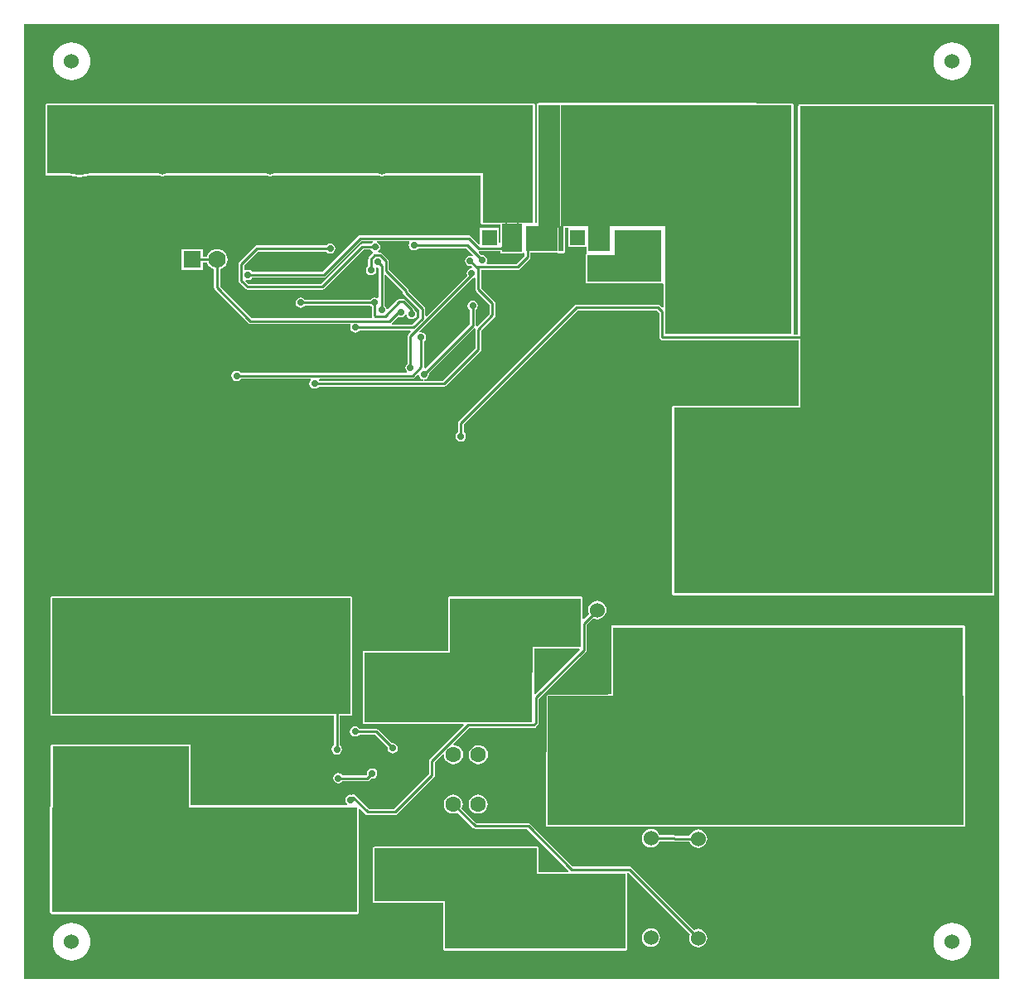
<source format=gbl>
G04 Layer_Physical_Order=2*
G04 Layer_Color=11436288*
%FSLAX24Y24*%
%MOIN*%
G70*
G01*
G75*
%ADD25C,0.0100*%
%ADD27R,1.7972X0.3543*%
%ADD28R,0.5118X1.4557*%
%ADD36R,0.3671X0.4341*%
%ADD41R,0.0214X0.1046*%
%ADD44R,0.0787X0.1181*%
%ADD45R,1.8701X0.2756*%
%ADD47R,0.6762X0.2795*%
%ADD48R,0.5285X0.1969*%
%ADD54R,1.6722X0.5197*%
%ADD55R,1.4094X0.2776*%
%ADD56C,0.1575*%
%ADD57C,0.2362*%
%ADD58C,0.0660*%
%ADD59R,0.0512X0.0512*%
%ADD60C,0.0512*%
%ADD61R,0.0630X0.0630*%
%ADD62C,0.0630*%
%ADD63C,0.1500*%
%ADD64C,0.0591*%
%ADD65R,0.0591X0.0591*%
%ADD66C,0.0700*%
%ADD67R,0.0700X0.0700*%
%ADD68C,0.0600*%
%ADD69R,0.0512X0.0512*%
%ADD70C,0.1181*%
%ADD71C,0.0197*%
%ADD72C,0.0276*%
%ADD73R,0.2894X1.1348*%
%ADD74R,0.2047X0.4724*%
%ADD75R,0.1860X0.2116*%
%ADD76R,0.1132X0.1063*%
%ADD77R,0.1307X0.1044*%
%ADD78R,0.0896X0.4941*%
%ADD79R,0.3012X0.4892*%
%ADD80R,0.0906X0.1033*%
%ADD81R,0.4862X0.4892*%
%ADD82R,0.1427X0.9222*%
%ADD83R,0.7766X0.9213*%
%ADD84R,0.7756X0.2923*%
%ADD85R,1.2845X0.7500*%
%ADD86R,1.7087X0.2008*%
%ADD87R,1.2018X0.4665*%
%ADD88R,0.5502X0.2598*%
%ADD89R,1.2274X0.4242*%
%ADD90R,0.7264X0.3041*%
%ADD91R,0.6526X0.2136*%
%ADD92R,0.3356X0.1073*%
%ADD93R,1.0335X0.0591*%
%ADD94R,0.0787X0.1280*%
%ADD95R,0.0689X0.7382*%
%ADD96R,0.2067X0.1280*%
G36*
X49144Y13454D02*
X9911D01*
Y51900D01*
X49144D01*
Y13454D01*
D02*
G37*
%LPC*%
G36*
X28167Y20887D02*
X28068Y20874D01*
X27975Y20836D01*
X27895Y20774D01*
X27834Y20695D01*
X27795Y20602D01*
X27782Y20502D01*
X27795Y20402D01*
X27834Y20309D01*
X27895Y20230D01*
X27975Y20168D01*
X28068Y20130D01*
X28167Y20117D01*
X28267Y20130D01*
X28360Y20168D01*
X28440Y20230D01*
X28501Y20309D01*
X28539Y20402D01*
X28552Y20502D01*
X28539Y20602D01*
X28501Y20695D01*
X28440Y20774D01*
X28360Y20836D01*
X28267Y20874D01*
X28167Y20887D01*
D02*
G37*
G36*
X32303Y28858D02*
X27018D01*
X26992Y28852D01*
X26969Y28838D01*
X26955Y28815D01*
X26949Y28789D01*
Y26850D01*
Y26821D01*
Y26663D01*
X23593D01*
X23566Y26658D01*
X23544Y26643D01*
X23529Y26621D01*
X23524Y26594D01*
Y23799D01*
X23529Y23773D01*
X23544Y23751D01*
X23566Y23736D01*
X23593Y23731D01*
X27573D01*
X27592Y23685D01*
X26226Y22318D01*
X26200Y22280D01*
X26191Y22234D01*
Y21708D01*
X24779Y20296D01*
X23770D01*
X23214Y20852D01*
X23176Y20878D01*
X23130Y20887D01*
X23084Y20878D01*
X23072Y20870D01*
X23031Y20878D01*
X22952Y20862D01*
X22884Y20817D01*
X22839Y20749D01*
X22823Y20669D01*
X22839Y20589D01*
X22884Y20522D01*
X22913Y20502D01*
X22898Y20452D01*
X16604D01*
Y22835D01*
X16598Y22861D01*
X16584Y22883D01*
X16562Y22898D01*
X16535Y22903D01*
X11033D01*
X11007Y22898D01*
X10985Y22883D01*
X10970Y22861D01*
X10965Y22835D01*
Y20432D01*
X10951Y20410D01*
X10946Y20384D01*
Y16142D01*
X10951Y16116D01*
X10966Y16093D01*
X10988Y16079D01*
X11014Y16073D01*
X23287D01*
X23314Y16079D01*
X23336Y16093D01*
X23350Y16116D01*
X23356Y16142D01*
Y20308D01*
X23402Y20327D01*
X23636Y20093D01*
X23675Y20067D01*
X23720Y20058D01*
X24829D01*
X24874Y20067D01*
X24913Y20093D01*
X26395Y21574D01*
X26420Y21613D01*
X26429Y21659D01*
Y22185D01*
X26748Y22503D01*
X26794Y22478D01*
X26805Y22390D01*
X26844Y22298D01*
X26905Y22218D01*
X26985Y22157D01*
X27077Y22118D01*
X27177Y22105D01*
X27277Y22118D01*
X27370Y22157D01*
X27450Y22218D01*
X27511Y22298D01*
X27549Y22390D01*
X27562Y22490D01*
X27549Y22590D01*
X27511Y22683D01*
X27450Y22763D01*
X27370Y22824D01*
X27277Y22862D01*
X27189Y22874D01*
X27165Y22920D01*
X27808Y23563D01*
X30403D01*
X30448Y23572D01*
X30487Y23598D01*
X30575Y23686D01*
X30601Y23725D01*
X30610Y23770D01*
Y24731D01*
X32504Y26625D01*
X32530Y26664D01*
X32539Y26709D01*
Y27719D01*
X32797Y27977D01*
X32863Y27950D01*
X32959Y27937D01*
X33054Y27950D01*
X33144Y27987D01*
X33220Y28045D01*
X33279Y28122D01*
X33316Y28211D01*
X33329Y28307D01*
X33316Y28403D01*
X33279Y28492D01*
X33220Y28569D01*
X33144Y28628D01*
X33054Y28665D01*
X32959Y28677D01*
X32863Y28665D01*
X32774Y28628D01*
X32697Y28569D01*
X32638Y28492D01*
X32601Y28403D01*
X32589Y28307D01*
X32601Y28211D01*
X32628Y28145D01*
X32418Y27935D01*
X32371Y27954D01*
Y28789D01*
X32366Y28815D01*
X32351Y28838D01*
X32329Y28852D01*
X32303Y28858D01*
D02*
G37*
G36*
X47687Y27696D02*
X33593D01*
X33566Y27691D01*
X33544Y27676D01*
X33529Y27654D01*
X33524Y27628D01*
Y24921D01*
X30965D01*
X30938Y24915D01*
X30916Y24901D01*
X30902Y24878D01*
X30896Y24852D01*
Y19656D01*
X30902Y19629D01*
X30916Y19607D01*
X30938Y19592D01*
X30965Y19587D01*
X47687D01*
X47713Y19592D01*
X47735Y19607D01*
X47750Y19629D01*
X47755Y19656D01*
Y24852D01*
Y27628D01*
X47750Y27654D01*
X47735Y27676D01*
X47713Y27691D01*
X47687Y27696D01*
D02*
G37*
G36*
X23219Y23629D02*
X23139Y23613D01*
X23071Y23568D01*
X23026Y23500D01*
X23010Y23420D01*
X23026Y23340D01*
X23071Y23272D01*
X23139Y23227D01*
X23219Y23211D01*
X23298Y23227D01*
X23366Y23272D01*
X23385Y23301D01*
X24007D01*
X24528Y22780D01*
X24521Y22746D01*
X24537Y22666D01*
X24582Y22598D01*
X24650Y22553D01*
X24730Y22537D01*
X24810Y22553D01*
X24878Y22598D01*
X24923Y22666D01*
X24939Y22746D01*
X24923Y22826D01*
X24878Y22894D01*
X24810Y22939D01*
X24730Y22955D01*
X24697Y22948D01*
X24140Y23504D01*
X24102Y23530D01*
X24056Y23539D01*
X23385D01*
X23366Y23568D01*
X23298Y23613D01*
X23219Y23629D01*
D02*
G37*
G36*
X28177Y22875D02*
X28077Y22862D01*
X27985Y22824D01*
X27905Y22763D01*
X27844Y22683D01*
X27805Y22590D01*
X27792Y22490D01*
X27805Y22390D01*
X27844Y22298D01*
X27905Y22218D01*
X27985Y22157D01*
X28077Y22118D01*
X28177Y22105D01*
X28277Y22118D01*
X28370Y22157D01*
X28450Y22218D01*
X28511Y22298D01*
X28549Y22390D01*
X28562Y22490D01*
X28549Y22590D01*
X28511Y22683D01*
X28450Y22763D01*
X28370Y22824D01*
X28277Y22862D01*
X28177Y22875D01*
D02*
G37*
G36*
X23041Y28848D02*
X11024D01*
X10998Y28843D01*
X10975Y28828D01*
X10961Y28806D01*
X10955Y28780D01*
Y24114D01*
X10961Y24088D01*
X10975Y24066D01*
X10998Y24051D01*
X11024Y24046D01*
X22361D01*
Y22867D01*
X22332Y22848D01*
X22287Y22780D01*
X22271Y22700D01*
X22287Y22620D01*
X22332Y22552D01*
X22400Y22507D01*
X22480Y22491D01*
X22560Y22507D01*
X22628Y22552D01*
X22673Y22620D01*
X22689Y22700D01*
X22673Y22780D01*
X22628Y22848D01*
X22599Y22867D01*
Y24046D01*
X23041D01*
X23067Y24051D01*
X23090Y24066D01*
X23104Y24088D01*
X23110Y24114D01*
Y28780D01*
X23104Y28806D01*
X23090Y28828D01*
X23067Y28843D01*
X23041Y28848D01*
D02*
G37*
G36*
X23900Y21939D02*
X23820Y21923D01*
X23752Y21878D01*
X23707Y21810D01*
X23691Y21730D01*
X23698Y21697D01*
X23661Y21659D01*
X22707D01*
X22688Y21688D01*
X22620Y21733D01*
X22540Y21749D01*
X22460Y21733D01*
X22392Y21688D01*
X22347Y21620D01*
X22331Y21540D01*
X22347Y21460D01*
X22392Y21392D01*
X22460Y21347D01*
X22540Y21331D01*
X22620Y21347D01*
X22688Y21392D01*
X22707Y21421D01*
X23710D01*
X23756Y21430D01*
X23794Y21456D01*
X23867Y21528D01*
X23900Y21521D01*
X23980Y21537D01*
X24048Y21582D01*
X24093Y21650D01*
X24109Y21730D01*
X24093Y21810D01*
X24048Y21878D01*
X23980Y21923D01*
X23900Y21939D01*
D02*
G37*
G36*
X35118Y19494D02*
X35022Y19482D01*
X34933Y19445D01*
X34856Y19386D01*
X34798Y19309D01*
X34761Y19220D01*
X34748Y19124D01*
X34761Y19028D01*
X34798Y18939D01*
X34856Y18862D01*
X34933Y18804D01*
X35022Y18767D01*
X35118Y18754D01*
X35214Y18767D01*
X35303Y18804D01*
X35380Y18862D01*
X35439Y18939D01*
X35466Y19005D01*
X36020D01*
X36030Y18998D01*
X36076Y18989D01*
X36670D01*
X36697Y18923D01*
X36756Y18847D01*
X36833Y18788D01*
X36922Y18751D01*
X37018Y18738D01*
X37114Y18751D01*
X37203Y18788D01*
X37279Y18847D01*
X37338Y18923D01*
X37375Y19012D01*
X37388Y19108D01*
X37375Y19204D01*
X37338Y19293D01*
X37279Y19370D01*
X37203Y19429D01*
X37114Y19466D01*
X37018Y19478D01*
X36922Y19466D01*
X36833Y19429D01*
X36756Y19370D01*
X36697Y19293D01*
X36670Y19227D01*
X36116D01*
X36106Y19234D01*
X36060Y19243D01*
X35466D01*
X35439Y19309D01*
X35380Y19386D01*
X35303Y19445D01*
X35214Y19482D01*
X35118Y19494D01*
D02*
G37*
G36*
X39360Y48710D02*
X30591D01*
X30564Y48705D01*
X30542Y48690D01*
X30528Y48668D01*
X30522Y48642D01*
Y43909D01*
X30512Y43904D01*
X30462Y43937D01*
Y48622D01*
X30457Y48648D01*
X30442Y48670D01*
X30420Y48685D01*
X30394Y48690D01*
X10827D01*
X10801Y48685D01*
X10779Y48670D01*
X10764Y48648D01*
X10759Y48622D01*
Y45866D01*
X10764Y45840D01*
X10779Y45818D01*
X10801Y45803D01*
X10827Y45798D01*
X11738D01*
X11739Y45798D01*
X11930Y45752D01*
X12126Y45736D01*
X12322Y45752D01*
X12513Y45798D01*
X12514Y45798D01*
X15312D01*
X15349Y45783D01*
X15453Y45769D01*
X15556Y45783D01*
X15593Y45798D01*
X19643D01*
X19680Y45783D01*
X19783Y45769D01*
X19887Y45783D01*
X19924Y45798D01*
X24170D01*
X24207Y45783D01*
X24311Y45769D01*
X24415Y45783D01*
X24452Y45798D01*
X28278D01*
Y43898D01*
X28283Y43872D01*
X28298Y43849D01*
X28320Y43835D01*
X28346Y43829D01*
X29066D01*
Y43058D01*
X29060Y43054D01*
X29010Y43081D01*
Y43689D01*
X28246D01*
Y43053D01*
X28196Y43033D01*
X27874Y43354D01*
X27836Y43380D01*
X27790Y43389D01*
X23420D01*
X23374Y43380D01*
X23336Y43354D01*
X21901Y41919D01*
X19067D01*
X19048Y41948D01*
X18980Y41993D01*
X18900Y42009D01*
X18820Y41993D01*
X18803Y41982D01*
X18759Y42005D01*
Y42191D01*
X19306Y42738D01*
X22053D01*
X22072Y42709D01*
X22140Y42664D01*
X22220Y42648D01*
X22300Y42664D01*
X22368Y42709D01*
X22413Y42777D01*
X22429Y42857D01*
X22413Y42937D01*
X22368Y43005D01*
X22300Y43050D01*
X22220Y43066D01*
X22140Y43050D01*
X22072Y43005D01*
X22053Y42976D01*
X19257D01*
X19211Y42967D01*
X19173Y42941D01*
X18556Y42324D01*
X18530Y42286D01*
X18521Y42240D01*
Y41560D01*
X18530Y41514D01*
X18556Y41476D01*
X18796Y41236D01*
X18834Y41210D01*
X18880Y41201D01*
X21900D01*
X21946Y41210D01*
X21984Y41236D01*
X23559Y42811D01*
X23838D01*
X23868Y42766D01*
X23929Y42725D01*
X23936Y42693D01*
X23936Y42670D01*
X23924Y42662D01*
X23775Y42513D01*
X23749Y42474D01*
X23740Y42428D01*
Y42154D01*
X23712Y42135D01*
X23667Y42067D01*
X23651Y41987D01*
X23667Y41907D01*
X23712Y41839D01*
X23780Y41794D01*
X23859Y41778D01*
X23939Y41794D01*
X24007Y41839D01*
X24052Y41907D01*
X24068Y41987D01*
X24053Y42063D01*
X24072Y42093D01*
X24083Y42108D01*
X24120Y42109D01*
X24161Y42074D01*
Y40879D01*
X24111Y40852D01*
X24080Y40873D01*
X24000Y40889D01*
X23920Y40873D01*
X23852Y40828D01*
X23833Y40799D01*
X21197D01*
X21178Y40828D01*
X21110Y40873D01*
X21030Y40889D01*
X20950Y40873D01*
X20882Y40828D01*
X20837Y40760D01*
X20821Y40680D01*
X20837Y40600D01*
X20882Y40532D01*
X20950Y40487D01*
X21030Y40471D01*
X21110Y40487D01*
X21178Y40532D01*
X21197Y40561D01*
X23833D01*
X23852Y40532D01*
X23881Y40513D01*
Y40165D01*
X23890Y40120D01*
X23899Y40106D01*
X23872Y40056D01*
X19062D01*
X17783Y41336D01*
Y42015D01*
X17874Y42053D01*
X17961Y42120D01*
X18028Y42207D01*
X18070Y42308D01*
X18084Y42417D01*
X18070Y42526D01*
X18028Y42628D01*
X17961Y42715D01*
X17874Y42782D01*
X17772Y42824D01*
X17663Y42838D01*
X17555Y42824D01*
X17453Y42782D01*
X17366Y42715D01*
X17299Y42628D01*
X17261Y42537D01*
X17080D01*
Y42834D01*
X16246D01*
Y42000D01*
X17080D01*
Y42298D01*
X17261D01*
X17299Y42207D01*
X17366Y42120D01*
X17453Y42053D01*
X17544Y42015D01*
Y41287D01*
X17553Y41241D01*
X17579Y41202D01*
X18929Y39853D01*
X18967Y39827D01*
X19013Y39818D01*
X23021D01*
X23045Y39774D01*
X23035Y39760D01*
X23020Y39680D01*
X23035Y39600D01*
X23081Y39532D01*
X23148Y39487D01*
X23228Y39471D01*
X23308Y39487D01*
X23376Y39532D01*
X23395Y39561D01*
X25443D01*
X25462Y39515D01*
X25356Y39408D01*
X25330Y39370D01*
X25321Y39324D01*
Y38227D01*
X25292Y38208D01*
X25247Y38140D01*
X25231Y38060D01*
X25247Y37980D01*
X25292Y37912D01*
X25312Y37899D01*
X25297Y37849D01*
X18617D01*
X18598Y37878D01*
X18530Y37923D01*
X18450Y37939D01*
X18370Y37923D01*
X18302Y37878D01*
X18257Y37810D01*
X18241Y37730D01*
X18257Y37650D01*
X18302Y37582D01*
X18370Y37537D01*
X18450Y37521D01*
X18530Y37537D01*
X18598Y37582D01*
X18617Y37611D01*
X21414D01*
X21428Y37561D01*
X21387Y37500D01*
X21371Y37420D01*
X21387Y37340D01*
X21432Y37272D01*
X21500Y37227D01*
X21580Y37211D01*
X21660Y37227D01*
X21728Y37272D01*
X21747Y37301D01*
X26790D01*
X26836Y37310D01*
X26874Y37336D01*
X28254Y38716D01*
X28280Y38754D01*
X28289Y38800D01*
Y39558D01*
X28824Y40093D01*
X28850Y40132D01*
X28859Y40178D01*
Y40652D01*
X28850Y40698D01*
X28824Y40737D01*
X28289Y41272D01*
Y41997D01*
X29756D01*
X29802Y42006D01*
X29840Y42032D01*
X30244Y42436D01*
X30270Y42474D01*
X30279Y42520D01*
Y42677D01*
X31372D01*
X31382Y42675D01*
X31595D01*
X31622Y42680D01*
X31644Y42695D01*
X31659Y42717D01*
X31664Y42743D01*
Y43682D01*
X31789D01*
Y42925D01*
X32520D01*
Y42726D01*
X32526Y42700D01*
X32530Y42694D01*
X32524Y42653D01*
X32514Y42636D01*
X32501Y42627D01*
X32486Y42605D01*
X32481Y42579D01*
Y41516D01*
X32486Y41490D01*
X32501Y41467D01*
X32523Y41453D01*
X32549Y41448D01*
X35531D01*
X35558Y41453D01*
X35571Y41461D01*
X35604Y41451D01*
X35621Y41439D01*
Y40503D01*
X35575Y40484D01*
X35484Y40574D01*
X35446Y40600D01*
X35400Y40609D01*
X32130D01*
X32084Y40600D01*
X32046Y40574D01*
X27386Y35914D01*
X27360Y35876D01*
X27351Y35830D01*
Y35467D01*
X27322Y35448D01*
X27277Y35380D01*
X27261Y35300D01*
X27277Y35220D01*
X27322Y35152D01*
X27390Y35107D01*
X27470Y35091D01*
X27550Y35107D01*
X27618Y35152D01*
X27663Y35220D01*
X27679Y35300D01*
X27663Y35380D01*
X27618Y35448D01*
X27589Y35467D01*
Y35781D01*
X32179Y40371D01*
X35351D01*
X35451Y40271D01*
Y39290D01*
X35460Y39244D01*
X35486Y39206D01*
X35524Y39180D01*
X35570Y39171D01*
X41054D01*
Y36535D01*
X36033D01*
X36007Y36530D01*
X35985Y36515D01*
X35970Y36493D01*
X35965Y36467D01*
Y28967D01*
X35970Y28940D01*
X35985Y28918D01*
X36007Y28903D01*
X36033Y28898D01*
X48878D01*
X48904Y28903D01*
X48926Y28918D01*
X48941Y28940D01*
X48946Y28967D01*
Y36467D01*
Y39390D01*
Y48602D01*
X48941Y48628D01*
X48926Y48651D01*
X48904Y48665D01*
X48878Y48671D01*
X41112D01*
X41086Y48665D01*
X41064Y48651D01*
X41049Y48628D01*
X41044Y48602D01*
Y39409D01*
X40856D01*
X40856Y39409D01*
Y48632D01*
X40850Y48658D01*
X40836Y48680D01*
X40814Y48695D01*
X40787Y48700D01*
X39393D01*
X39386Y48705D01*
X39360Y48710D01*
D02*
G37*
G36*
X11811Y51153D02*
X11663Y51139D01*
X11520Y51095D01*
X11389Y51025D01*
X11274Y50931D01*
X11179Y50816D01*
X11109Y50684D01*
X11066Y50542D01*
X11051Y50394D01*
X11066Y50246D01*
X11109Y50103D01*
X11179Y49972D01*
X11274Y49857D01*
X11389Y49762D01*
X11520Y49692D01*
X11663Y49649D01*
X11811Y49634D01*
X11959Y49649D01*
X12102Y49692D01*
X12233Y49762D01*
X12348Y49857D01*
X12443Y49972D01*
X12513Y50103D01*
X12556Y50246D01*
X12571Y50394D01*
X12556Y50542D01*
X12513Y50684D01*
X12443Y50816D01*
X12348Y50931D01*
X12233Y51025D01*
X12102Y51095D01*
X11959Y51139D01*
X11811Y51153D01*
D02*
G37*
G36*
X47244D02*
X47096Y51139D01*
X46953Y51095D01*
X46822Y51025D01*
X46707Y50931D01*
X46613Y50816D01*
X46542Y50684D01*
X46499Y50542D01*
X46485Y50394D01*
X46499Y50246D01*
X46542Y50103D01*
X46613Y49972D01*
X46707Y49857D01*
X46822Y49762D01*
X46953Y49692D01*
X47096Y49649D01*
X47244Y49634D01*
X47392Y49649D01*
X47535Y49692D01*
X47666Y49762D01*
X47781Y49857D01*
X47876Y49972D01*
X47946Y50103D01*
X47989Y50246D01*
X48004Y50394D01*
X47989Y50542D01*
X47946Y50684D01*
X47876Y50816D01*
X47781Y50931D01*
X47666Y51025D01*
X47535Y51095D01*
X47392Y51139D01*
X47244Y51153D01*
D02*
G37*
G36*
X11811Y15720D02*
X11663Y15706D01*
X11520Y15662D01*
X11389Y15592D01*
X11274Y15498D01*
X11179Y15383D01*
X11109Y15251D01*
X11066Y15109D01*
X11051Y14961D01*
X11066Y14812D01*
X11109Y14670D01*
X11179Y14539D01*
X11274Y14424D01*
X11389Y14329D01*
X11520Y14259D01*
X11663Y14216D01*
X11811Y14201D01*
X11959Y14216D01*
X12102Y14259D01*
X12233Y14329D01*
X12348Y14424D01*
X12443Y14539D01*
X12513Y14670D01*
X12556Y14812D01*
X12571Y14961D01*
X12556Y15109D01*
X12513Y15251D01*
X12443Y15383D01*
X12348Y15498D01*
X12233Y15592D01*
X12102Y15662D01*
X11959Y15706D01*
X11811Y15720D01*
D02*
G37*
G36*
X27167Y20887D02*
X27068Y20874D01*
X26975Y20836D01*
X26895Y20774D01*
X26834Y20695D01*
X26795Y20602D01*
X26782Y20502D01*
X26795Y20402D01*
X26834Y20309D01*
X26895Y20230D01*
X26975Y20168D01*
X27068Y20130D01*
X27167Y20117D01*
X27267Y20130D01*
X27340Y20160D01*
X27965Y19536D01*
X28004Y19510D01*
X28049Y19501D01*
X30131D01*
X31806Y17825D01*
X31786Y17775D01*
X30600D01*
Y18720D01*
X30595Y18747D01*
X30580Y18769D01*
X30558Y18784D01*
X30531Y18789D01*
X24006D01*
X23980Y18784D01*
X23958Y18769D01*
X23943Y18747D01*
X23938Y18720D01*
Y16585D01*
X23943Y16559D01*
X23958Y16536D01*
X23980Y16522D01*
X24006Y16516D01*
X26762D01*
Y14665D01*
X26768Y14639D01*
X26782Y14617D01*
X26805Y14602D01*
X26831Y14597D01*
X34094D01*
X34121Y14602D01*
X34143Y14617D01*
X34158Y14639D01*
X34163Y14665D01*
Y17707D01*
X34171Y17716D01*
X34239Y17718D01*
X36688Y15270D01*
X36660Y15204D01*
X36648Y15108D01*
X36660Y15012D01*
X36697Y14923D01*
X36756Y14847D01*
X36833Y14788D01*
X36922Y14751D01*
X37018Y14738D01*
X37114Y14751D01*
X37203Y14788D01*
X37279Y14847D01*
X37338Y14923D01*
X37375Y15012D01*
X37388Y15108D01*
X37375Y15204D01*
X37338Y15293D01*
X37279Y15370D01*
X37203Y15429D01*
X37114Y15466D01*
X37018Y15478D01*
X36922Y15466D01*
X36856Y15438D01*
X34340Y17954D01*
X34302Y17980D01*
X34256Y17989D01*
X31979D01*
X30264Y19704D01*
X30226Y19730D01*
X30180Y19739D01*
X28099D01*
X27509Y20329D01*
X27539Y20402D01*
X27552Y20502D01*
X27539Y20602D01*
X27501Y20695D01*
X27440Y20774D01*
X27360Y20836D01*
X27267Y20874D01*
X27167Y20887D01*
D02*
G37*
G36*
X35118Y15494D02*
X35022Y15481D01*
X34933Y15445D01*
X34856Y15386D01*
X34798Y15309D01*
X34761Y15220D01*
X34748Y15124D01*
X34761Y15028D01*
X34798Y14939D01*
X34856Y14862D01*
X34933Y14804D01*
X35022Y14767D01*
X35118Y14754D01*
X35214Y14767D01*
X35303Y14804D01*
X35380Y14862D01*
X35439Y14939D01*
X35476Y15028D01*
X35488Y15124D01*
X35476Y15220D01*
X35439Y15309D01*
X35380Y15386D01*
X35303Y15445D01*
X35214Y15481D01*
X35118Y15494D01*
D02*
G37*
G36*
X47244Y15720D02*
X47096Y15706D01*
X46953Y15662D01*
X46822Y15592D01*
X46707Y15498D01*
X46613Y15383D01*
X46542Y15251D01*
X46499Y15109D01*
X46485Y14961D01*
X46499Y14812D01*
X46542Y14670D01*
X46613Y14539D01*
X46707Y14424D01*
X46822Y14329D01*
X46953Y14259D01*
X47096Y14216D01*
X47244Y14201D01*
X47392Y14216D01*
X47535Y14259D01*
X47666Y14329D01*
X47781Y14424D01*
X47876Y14539D01*
X47946Y14670D01*
X47989Y14812D01*
X48004Y14961D01*
X47989Y15109D01*
X47946Y15251D01*
X47876Y15383D01*
X47781Y15498D01*
X47666Y15592D01*
X47535Y15662D01*
X47392Y15706D01*
X47244Y15720D01*
D02*
G37*
%LPD*%
G36*
X23924Y43138D02*
X23928Y43101D01*
X23868Y43061D01*
X23860Y43049D01*
X23510D01*
X23464Y43040D01*
X23426Y43014D01*
X21851Y41439D01*
X18929D01*
X18811Y41558D01*
X18835Y41604D01*
X18900Y41591D01*
X18980Y41607D01*
X19048Y41652D01*
X19067Y41681D01*
X21950D01*
X21996Y41690D01*
X22034Y41716D01*
X23469Y43151D01*
X23919D01*
X23924Y43138D01*
D02*
G37*
G36*
X25131Y41121D02*
Y41100D01*
X25140Y41054D01*
X25166Y41016D01*
X25801Y40381D01*
Y40089D01*
X25511Y39799D01*
X24703D01*
X24688Y39849D01*
X24693Y39853D01*
X24955Y40114D01*
X24980Y40097D01*
X25060Y40081D01*
X25140Y40097D01*
X25208Y40142D01*
X25237Y40186D01*
X25290Y40176D01*
X25297Y40140D01*
X25342Y40072D01*
X25410Y40027D01*
X25490Y40011D01*
X25570Y40027D01*
X25638Y40072D01*
X25683Y40140D01*
X25699Y40220D01*
X25683Y40300D01*
X25638Y40368D01*
X25608Y40388D01*
X25600Y40426D01*
X25574Y40464D01*
X25244Y40794D01*
X25206Y40820D01*
X25160Y40829D01*
X25000D01*
X24954Y40820D01*
X24916Y40794D01*
X24535Y40414D01*
X24481Y40430D01*
X24473Y40470D01*
X24428Y40538D01*
X24399Y40557D01*
Y41787D01*
X24445Y41806D01*
X25131Y41121D01*
D02*
G37*
G36*
X25408Y43101D02*
X25387Y43070D01*
X25371Y42990D01*
X25387Y42910D01*
X25432Y42842D01*
X25500Y42797D01*
X25580Y42781D01*
X25660Y42797D01*
X25728Y42842D01*
X25747Y42871D01*
X27677D01*
X27968Y42580D01*
X27936Y42542D01*
X27922Y42551D01*
X27842Y42567D01*
X27762Y42551D01*
X27694Y42506D01*
X27649Y42438D01*
X27633Y42358D01*
X27649Y42278D01*
X27694Y42211D01*
X27762Y42165D01*
X27842Y42150D01*
X27875Y42156D01*
X27917Y42115D01*
X27895Y42066D01*
X27830Y42053D01*
X27762Y42008D01*
X27717Y41940D01*
X27701Y41860D01*
X27717Y41780D01*
X27721Y41774D01*
X26085Y40138D01*
X26039Y40157D01*
Y40430D01*
X26030Y40476D01*
X26004Y40514D01*
X25369Y41149D01*
Y41170D01*
X25360Y41216D01*
X25334Y41254D01*
X24566Y42022D01*
Y42350D01*
X24557Y42396D01*
X24531Y42435D01*
X24304Y42662D01*
X24265Y42688D01*
X24220Y42697D01*
X24150D01*
X24135Y42747D01*
X24163Y42766D01*
X24209Y42834D01*
X24214Y42860D01*
X24230Y42884D01*
X24239Y42930D01*
X24230Y42976D01*
X24204Y43014D01*
X24187Y43026D01*
X24163Y43061D01*
X24104Y43101D01*
X24107Y43138D01*
X24112Y43151D01*
X25381D01*
X25408Y43101D01*
D02*
G37*
G36*
X29066Y42717D02*
X29071Y42690D01*
X29086Y42668D01*
X29108Y42653D01*
X29134Y42648D01*
X29921D01*
X29947Y42653D01*
X29970Y42668D01*
X29978Y42680D01*
X29991Y42685D01*
X30025Y42666D01*
X30041Y42643D01*
Y42569D01*
X29707Y42235D01*
X28530D01*
X28503Y42285D01*
X28520Y42310D01*
X28536Y42390D01*
X28520Y42470D01*
X28474Y42538D01*
X28407Y42583D01*
X28327Y42599D01*
X28293Y42592D01*
X28183Y42702D01*
X28184Y42711D01*
X28205Y42751D01*
X29066D01*
Y42717D01*
D02*
G37*
G36*
X25784Y37754D02*
X25791Y37715D01*
X25837Y37648D01*
X25904Y37602D01*
X25971Y37589D01*
X25966Y37539D01*
X21774D01*
X21758Y37561D01*
X21783Y37611D01*
X25520D01*
X25566Y37620D01*
X25604Y37646D01*
X25729Y37771D01*
X25784Y37754D01*
D02*
G37*
G36*
X32249Y26706D02*
X30469Y24927D01*
X30423Y24946D01*
Y25730D01*
X30437Y25751D01*
X30442Y25778D01*
Y26753D01*
X32229D01*
X32249Y26706D01*
D02*
G37*
G36*
X28051Y41655D02*
Y41223D01*
X28060Y41177D01*
X28086Y41138D01*
X28621Y40603D01*
Y40227D01*
X28114Y39720D01*
X28068Y39745D01*
X28072Y39764D01*
Y40385D01*
X28100Y40404D01*
X28146Y40471D01*
X28161Y40551D01*
X28146Y40631D01*
X28100Y40699D01*
X28033Y40744D01*
X27953Y40760D01*
X27873Y40744D01*
X27805Y40699D01*
X27760Y40631D01*
X27744Y40551D01*
X27760Y40471D01*
X27805Y40404D01*
X27834Y40385D01*
Y39813D01*
X26052Y38032D01*
X26026Y38031D01*
X25989Y38080D01*
X25989Y38081D01*
Y39113D01*
X26018Y39132D01*
X26063Y39200D01*
X26079Y39280D01*
X26063Y39360D01*
X26018Y39428D01*
X25950Y39473D01*
X25870Y39489D01*
X25838Y39482D01*
X25813Y39528D01*
X27943Y41658D01*
X27990Y41667D01*
X28007Y41679D01*
X28051Y41655D01*
D02*
G37*
G36*
X28054Y39626D02*
X28051Y39608D01*
Y38849D01*
X26741Y37539D01*
X26003D01*
X25998Y37589D01*
X26064Y37602D01*
X26132Y37648D01*
X26177Y37715D01*
X26193Y37795D01*
X26186Y37829D01*
X28008Y39651D01*
X28054Y39626D01*
D02*
G37*
D25*
X25974Y42330D02*
X26361D01*
X25967D02*
X25974D01*
X24016Y42930D02*
X24120D01*
X23510D02*
X24016D01*
X23130Y20768D02*
X23720Y20177D01*
X35118Y19124D02*
X36060D01*
X36076Y19108D01*
X37018D01*
X16663Y42417D02*
X17663D01*
X25974Y41142D02*
X25976Y41140D01*
X26366D01*
X26368Y41142D01*
X25581Y42323D02*
X25588Y42330D01*
X25967D01*
X25974Y42323D01*
X25581Y41142D02*
Y41535D01*
Y41929D01*
X25580Y42990D02*
X27727D01*
X28327Y42390D01*
X25490Y40220D02*
Y40380D01*
X25160Y40710D02*
X25490Y40380D01*
X25000Y40710D02*
X25160D01*
X24425Y40135D02*
X25000Y40710D01*
X24030Y40135D02*
X24425D01*
X24000Y40165D02*
X24030Y40135D01*
X24000Y40165D02*
Y40680D01*
X29756Y42116D02*
X30160Y42520D01*
Y43036D01*
X30431Y43307D01*
X25870Y38080D02*
Y39280D01*
X25520Y37730D02*
X25870Y38080D01*
X18450Y37730D02*
X25520D01*
X24056Y23420D02*
X24730Y22746D01*
X23219Y23420D02*
X24056D01*
X27167Y20502D02*
X28049Y19620D01*
X30180D01*
X31930Y17870D01*
X34256D01*
X37018Y15108D01*
X23710Y21540D02*
X23900Y21730D01*
X22540Y21540D02*
X23710D01*
X25440Y38060D02*
Y39324D01*
X25250Y41100D02*
Y41170D01*
Y41100D02*
X25920Y40430D01*
Y40040D02*
Y40430D01*
X25560Y39680D02*
X25920Y40040D01*
X23228Y39680D02*
X25560D01*
X27470Y35300D02*
Y35830D01*
X32130Y40490D01*
X35400D01*
X35570Y40320D01*
Y39290D02*
Y40320D01*
Y39290D02*
X42805D01*
X18900Y41800D02*
X21950D01*
X23420Y43270D01*
X27790D01*
X28190Y42870D01*
X29092D01*
X29530Y43307D01*
X28730Y41198D02*
X29879Y40049D01*
X26361Y42330D02*
X26368Y42323D01*
X21030Y40680D02*
X24000D01*
X17663Y41287D02*
Y42417D01*
Y41287D02*
X19013Y39937D01*
X24609D01*
X24962Y40290D01*
X25060D01*
X19257Y42857D02*
X22220D01*
X18640Y42240D02*
X19257Y42857D01*
X18640Y41560D02*
Y42240D01*
Y41560D02*
X18880Y41320D01*
X21900D01*
X23510Y42930D01*
X28740Y40178D02*
Y40652D01*
X26790Y37420D02*
X28170Y38800D01*
X21580Y37420D02*
X26790D01*
X21280Y25461D02*
X22480Y24261D01*
Y22700D02*
Y24261D01*
X28084Y42116D02*
X29756D01*
X28084D02*
X28170Y42030D01*
Y39608D02*
X28740Y40178D01*
X28170Y38800D02*
Y39608D01*
Y41223D02*
X28740Y40652D01*
X28170Y41223D02*
Y42030D01*
X25984Y37795D02*
X27953Y39764D01*
Y40551D01*
X26565Y21565D02*
X27058Y22058D01*
X33376Y28257D02*
X34154Y29035D01*
X33376Y25009D02*
Y28257D01*
X30848Y24901D02*
X30916Y24969D01*
X33335D01*
X33376Y25009D01*
X30848Y22638D02*
Y24901D01*
X28640Y22638D02*
X30848D01*
X28356Y22922D02*
X28640Y22638D01*
X27998Y22922D02*
X28356D01*
X27356Y22058D02*
X27609Y22311D01*
Y22533D01*
X27998Y22922D01*
X27058Y22058D02*
X27356D01*
X32420Y27769D02*
X32959Y28307D01*
X32420Y26709D02*
Y27769D01*
X30491Y24780D02*
X32420Y26709D01*
X30491Y23770D02*
Y24780D01*
X30403Y23682D02*
X30491Y23770D01*
X27759Y23682D02*
X30403D01*
X26310Y22234D02*
X27759Y23682D01*
X26310Y21659D02*
Y22234D01*
X24829Y20177D02*
X26310Y21659D01*
X23720Y20177D02*
X24829D01*
X23031Y20669D02*
X23130Y20768D01*
X24103Y42913D02*
X24120Y42930D01*
X24016Y42913D02*
X24103D01*
X24280Y40390D02*
Y42157D01*
X24114Y42323D02*
X24280Y42157D01*
X24447Y41973D02*
X25250Y41170D01*
X24447Y41973D02*
Y42350D01*
X24220Y42578D02*
X24447Y42350D01*
X24009Y42578D02*
X24220D01*
X23859Y42428D02*
X24009Y42578D01*
X23859Y41987D02*
Y42428D01*
X25440Y39324D02*
X27910Y41794D01*
Y41860D01*
X27842Y42358D02*
X28084Y42116D01*
D27*
X24872Y30689D02*
D03*
D28*
X13327Y36196D02*
D03*
D36*
X37525Y41580D02*
D03*
D41*
X31489Y43266D02*
D03*
D44*
X29528Y43307D02*
D03*
D45*
X20177Y47244D02*
D03*
D47*
X26973Y25197D02*
D03*
D48*
X29660Y27805D02*
D03*
D54*
X39326Y22254D02*
D03*
D55*
X40640Y26240D02*
D03*
D56*
X46860Y25699D02*
D03*
Y23730D02*
D03*
X46870Y32421D02*
D03*
Y30453D02*
D03*
X12933Y27362D02*
D03*
Y25394D02*
D03*
X13022Y20344D02*
D03*
Y18376D02*
D03*
X13091Y32579D02*
D03*
Y34547D02*
D03*
D57*
X12126Y46988D02*
D03*
Y44035D02*
D03*
D58*
X24311Y45169D02*
D03*
Y46169D02*
D03*
X19783Y45169D02*
D03*
Y46169D02*
D03*
X15453Y45169D02*
D03*
Y46169D02*
D03*
D59*
X26280Y46161D02*
D03*
X22146Y46161D02*
D03*
X17618Y46161D02*
D03*
X40024Y35949D02*
D03*
D60*
X26280Y45177D02*
D03*
X22146Y45177D02*
D03*
X17618Y45177D02*
D03*
X35366Y35016D02*
D03*
X40024Y36933D02*
D03*
D61*
X28628Y43307D02*
D03*
X32171D02*
D03*
D62*
X29530D02*
D03*
X30431D02*
D03*
X33073D02*
D03*
X33974D02*
D03*
X27177Y22490D02*
D03*
X28177D02*
D03*
X27167Y20502D02*
D03*
X28167D02*
D03*
D63*
X37681Y43906D02*
D03*
X43281D02*
D03*
D64*
X34557Y31004D02*
D03*
D65*
X36526D02*
D03*
D66*
X17663Y42417D02*
D03*
D67*
X16663D02*
D03*
D68*
X35118Y15124D02*
D03*
Y19124D02*
D03*
X37018Y19108D02*
D03*
Y15108D02*
D03*
X32959Y28307D02*
D03*
X36959D02*
D03*
X47244Y50394D02*
D03*
Y14961D02*
D03*
X11811D02*
D03*
Y50394D02*
D03*
D69*
X36350Y35016D02*
D03*
D70*
X15748Y33465D02*
D03*
Y26378D02*
D03*
Y19291D02*
D03*
X42520Y24409D02*
D03*
X29528Y47677D02*
D03*
X34252D02*
D03*
X42520Y30709D02*
D03*
D71*
X29291Y43807D02*
D03*
X32746Y43750D02*
D03*
X33376D02*
D03*
Y42854D02*
D03*
X32756Y42864D02*
D03*
X29754Y42854D02*
D03*
X29291Y42851D02*
D03*
X29778Y43799D02*
D03*
X35217Y40197D02*
D03*
X32648Y40167D02*
D03*
X32677Y41732D02*
D03*
Y42323D02*
D03*
X34646D02*
D03*
Y41732D02*
D03*
X26368Y41929D02*
D03*
X25974Y41535D02*
D03*
X26368D02*
D03*
X25974Y41142D02*
D03*
X26368D02*
D03*
X25581D02*
D03*
X26368Y42323D02*
D03*
X25974D02*
D03*
Y41929D02*
D03*
X25581D02*
D03*
Y41535D02*
D03*
Y42323D02*
D03*
X21929Y27165D02*
D03*
Y26890D02*
D03*
X21654Y26614D02*
D03*
Y26890D02*
D03*
Y27165D02*
D03*
X21929Y26614D02*
D03*
X21394D02*
D03*
X21118Y27165D02*
D03*
Y26890D02*
D03*
Y26614D02*
D03*
X21394Y26890D02*
D03*
Y27165D02*
D03*
X25654Y25654D02*
D03*
Y25378D02*
D03*
X25378Y25102D02*
D03*
Y25378D02*
D03*
Y25654D02*
D03*
X25654Y25102D02*
D03*
X26189D02*
D03*
X25913Y25654D02*
D03*
Y25378D02*
D03*
Y25102D02*
D03*
X26189Y25378D02*
D03*
Y25654D02*
D03*
X31555Y28398D02*
D03*
Y28122D02*
D03*
X31280Y27846D02*
D03*
Y28122D02*
D03*
Y28398D02*
D03*
X31555Y27846D02*
D03*
X31815Y28398D02*
D03*
Y28122D02*
D03*
Y27846D02*
D03*
X32091Y28122D02*
D03*
Y28398D02*
D03*
X31610Y23902D02*
D03*
Y23626D02*
D03*
X31335Y23350D02*
D03*
Y23626D02*
D03*
Y23902D02*
D03*
X31610Y23350D02*
D03*
X32146D02*
D03*
X31870Y23902D02*
D03*
Y23626D02*
D03*
Y23350D02*
D03*
X32146Y23626D02*
D03*
Y23902D02*
D03*
X31610Y20992D02*
D03*
Y20717D02*
D03*
X31335Y20441D02*
D03*
Y20717D02*
D03*
Y20992D02*
D03*
X31610Y20441D02*
D03*
X32146D02*
D03*
X31870Y20992D02*
D03*
Y20717D02*
D03*
Y20441D02*
D03*
X32146Y20717D02*
D03*
Y20992D02*
D03*
X31591Y16531D02*
D03*
Y16256D02*
D03*
X31315Y15980D02*
D03*
Y16256D02*
D03*
Y16531D02*
D03*
X31591Y15980D02*
D03*
X32126D02*
D03*
X31850Y16531D02*
D03*
Y16256D02*
D03*
Y15980D02*
D03*
X32126Y16256D02*
D03*
Y16531D02*
D03*
X25394Y18142D02*
D03*
Y17866D02*
D03*
X25118Y17591D02*
D03*
Y17866D02*
D03*
Y18142D02*
D03*
X25394Y17591D02*
D03*
X25929D02*
D03*
X25654Y18142D02*
D03*
Y17866D02*
D03*
Y17591D02*
D03*
X25929Y17866D02*
D03*
Y18142D02*
D03*
X21114Y18378D02*
D03*
Y18102D02*
D03*
X20839Y17827D02*
D03*
Y18102D02*
D03*
Y18378D02*
D03*
X21114Y17827D02*
D03*
X21650D02*
D03*
X21374Y18378D02*
D03*
Y18102D02*
D03*
Y17827D02*
D03*
X21650Y18102D02*
D03*
Y18378D02*
D03*
X32091Y27850D02*
D03*
D72*
X25580Y42990D02*
D03*
X28327Y42390D02*
D03*
X25490Y40220D02*
D03*
X25870Y39280D02*
D03*
X18450Y37730D02*
D03*
X24730Y22746D02*
D03*
X23219Y23420D02*
D03*
X23900Y21730D02*
D03*
X22540Y21540D02*
D03*
X25440Y38060D02*
D03*
X23228Y39680D02*
D03*
X24280Y40390D02*
D03*
X27470Y35300D02*
D03*
X42805Y39290D02*
D03*
X18900Y41800D02*
D03*
X28730Y41198D02*
D03*
X29879Y40049D02*
D03*
X24000Y40680D02*
D03*
X21030D02*
D03*
X25060Y40290D02*
D03*
X22220Y42857D02*
D03*
X21580Y37420D02*
D03*
X22480Y22700D02*
D03*
X25984Y37795D02*
D03*
X27953Y40551D02*
D03*
X24114Y42323D02*
D03*
X26565Y21565D02*
D03*
X23031Y20669D02*
D03*
X24016Y42913D02*
D03*
X23859Y41987D02*
D03*
X27910Y41860D02*
D03*
X27842Y42358D02*
D03*
D73*
X33888Y34641D02*
D03*
D74*
X29370Y46260D02*
D03*
D75*
X34601Y42574D02*
D03*
D76*
X33115Y42047D02*
D03*
D77*
X30728Y43267D02*
D03*
D78*
X31038Y46171D02*
D03*
D79*
X32992Y46196D02*
D03*
D80*
X33041Y43243D02*
D03*
D81*
X36929Y46196D02*
D03*
D82*
X40074Y44021D02*
D03*
D83*
X44995Y43996D02*
D03*
D84*
X45000Y37928D02*
D03*
D85*
X42456Y32717D02*
D03*
D86*
X19311Y44478D02*
D03*
D87*
X17032Y26447D02*
D03*
D88*
X13784Y21535D02*
D03*
D89*
X17151Y18263D02*
D03*
D90*
X30463Y16186D02*
D03*
D91*
X27269Y17653D02*
D03*
D92*
X28696Y26314D02*
D03*
D93*
X15305Y23524D02*
D03*
D94*
X20079Y23179D02*
D03*
D95*
X10482Y26919D02*
D03*
D96*
X11171Y29970D02*
D03*
M02*

</source>
